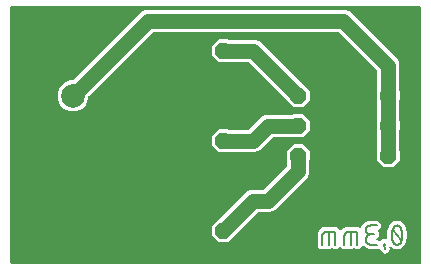
<source format=gbr>
G04 EAGLE Gerber RS-274X export*
G75*
%MOMM*%
%FSLAX34Y34*%
%LPD*%
%INTraces*%
%IPPOS*%
%AMOC8*
5,1,8,0,0,1.08239X$1,22.5*%
G01*
%ADD10C,0.152400*%
%ADD11P,1.429621X8X202.500000*%
%ADD12P,1.429621X8X22.500000*%
%ADD13C,2.000000*%
%ADD14C,1.270000*%

G36*
X357198Y10164D02*
X357198Y10164D01*
X357217Y10162D01*
X357319Y10184D01*
X357421Y10200D01*
X357438Y10210D01*
X357458Y10214D01*
X357547Y10267D01*
X357638Y10316D01*
X357652Y10330D01*
X357669Y10340D01*
X357736Y10419D01*
X357808Y10494D01*
X357816Y10512D01*
X357829Y10527D01*
X357868Y10623D01*
X357911Y10717D01*
X357913Y10737D01*
X357921Y10755D01*
X357939Y10922D01*
X357939Y227078D01*
X357936Y227098D01*
X357938Y227117D01*
X357916Y227219D01*
X357900Y227321D01*
X357890Y227338D01*
X357886Y227358D01*
X357833Y227447D01*
X357784Y227538D01*
X357770Y227552D01*
X357760Y227569D01*
X357681Y227636D01*
X357606Y227708D01*
X357588Y227716D01*
X357573Y227729D01*
X357477Y227768D01*
X357383Y227811D01*
X357363Y227813D01*
X357345Y227821D01*
X357178Y227839D01*
X10922Y227839D01*
X10902Y227836D01*
X10883Y227838D01*
X10781Y227816D01*
X10679Y227800D01*
X10662Y227790D01*
X10642Y227786D01*
X10553Y227733D01*
X10462Y227684D01*
X10448Y227670D01*
X10431Y227660D01*
X10364Y227581D01*
X10292Y227506D01*
X10284Y227488D01*
X10271Y227473D01*
X10232Y227377D01*
X10189Y227283D01*
X10187Y227263D01*
X10179Y227245D01*
X10161Y227078D01*
X10161Y10922D01*
X10164Y10902D01*
X10162Y10883D01*
X10184Y10781D01*
X10200Y10679D01*
X10210Y10662D01*
X10214Y10642D01*
X10267Y10553D01*
X10316Y10462D01*
X10330Y10448D01*
X10340Y10431D01*
X10419Y10364D01*
X10494Y10292D01*
X10512Y10284D01*
X10527Y10271D01*
X10623Y10232D01*
X10717Y10189D01*
X10737Y10187D01*
X10755Y10179D01*
X10922Y10161D01*
X357178Y10161D01*
X357198Y10164D01*
G37*
%LPC*%
G36*
X326222Y91995D02*
X326222Y91995D01*
X320595Y97622D01*
X320595Y105578D01*
X320626Y105609D01*
X320679Y105683D01*
X320739Y105753D01*
X320751Y105783D01*
X320770Y105809D01*
X320797Y105896D01*
X320831Y105981D01*
X320835Y106022D01*
X320842Y106044D01*
X320841Y106076D01*
X320849Y106148D01*
X320849Y122452D01*
X320835Y122542D01*
X320827Y122633D01*
X320815Y122663D01*
X320810Y122695D01*
X320767Y122776D01*
X320731Y122860D01*
X320705Y122892D01*
X320694Y122912D01*
X320671Y122935D01*
X320626Y122991D01*
X320595Y123022D01*
X320595Y130978D01*
X320626Y131009D01*
X320679Y131083D01*
X320739Y131153D01*
X320751Y131183D01*
X320770Y131209D01*
X320797Y131296D01*
X320831Y131381D01*
X320835Y131422D01*
X320842Y131444D01*
X320841Y131476D01*
X320849Y131548D01*
X320849Y147852D01*
X320835Y147942D01*
X320827Y148033D01*
X320815Y148063D01*
X320810Y148095D01*
X320767Y148176D01*
X320731Y148260D01*
X320705Y148292D01*
X320694Y148312D01*
X320671Y148335D01*
X320626Y148391D01*
X320595Y148422D01*
X320595Y156378D01*
X320626Y156409D01*
X320679Y156483D01*
X320739Y156553D01*
X320751Y156583D01*
X320770Y156609D01*
X320797Y156696D01*
X320831Y156781D01*
X320835Y156822D01*
X320842Y156844D01*
X320841Y156876D01*
X320849Y156948D01*
X320849Y173611D01*
X320835Y173702D01*
X320827Y173792D01*
X320815Y173822D01*
X320810Y173854D01*
X320767Y173935D01*
X320731Y174019D01*
X320705Y174051D01*
X320694Y174072D01*
X320671Y174094D01*
X320626Y174150D01*
X288450Y206326D01*
X288376Y206379D01*
X288306Y206439D01*
X288276Y206451D01*
X288250Y206470D01*
X288163Y206497D01*
X288078Y206531D01*
X288037Y206535D01*
X288015Y206542D01*
X287983Y206541D01*
X287911Y206549D01*
X131149Y206549D01*
X131059Y206535D01*
X130968Y206527D01*
X130939Y206515D01*
X130907Y206510D01*
X130826Y206467D01*
X130742Y206431D01*
X130710Y206405D01*
X130689Y206394D01*
X130667Y206371D01*
X130611Y206326D01*
X76474Y152189D01*
X76421Y152115D01*
X76361Y152045D01*
X76349Y152015D01*
X76330Y151989D01*
X76303Y151902D01*
X76269Y151817D01*
X76265Y151776D01*
X76258Y151754D01*
X76259Y151722D01*
X76251Y151651D01*
X76251Y149603D01*
X74271Y144825D01*
X70614Y141168D01*
X65836Y139188D01*
X60664Y139188D01*
X55886Y141168D01*
X52229Y144825D01*
X50249Y149603D01*
X50249Y154775D01*
X52229Y159553D01*
X55886Y163210D01*
X60664Y165190D01*
X62712Y165190D01*
X62802Y165204D01*
X62893Y165212D01*
X62922Y165224D01*
X62954Y165229D01*
X63035Y165272D01*
X63119Y165308D01*
X63151Y165334D01*
X63172Y165345D01*
X63194Y165368D01*
X63250Y165413D01*
X118927Y221090D01*
X121664Y223827D01*
X125101Y225251D01*
X293960Y225251D01*
X297397Y223827D01*
X338127Y183097D01*
X339551Y179660D01*
X339551Y156948D01*
X339565Y156858D01*
X339573Y156767D01*
X339585Y156737D01*
X339590Y156705D01*
X339633Y156624D01*
X339669Y156540D01*
X339695Y156508D01*
X339706Y156488D01*
X339729Y156465D01*
X339774Y156409D01*
X339805Y156378D01*
X339805Y148422D01*
X339774Y148391D01*
X339721Y148317D01*
X339661Y148247D01*
X339649Y148217D01*
X339630Y148191D01*
X339603Y148104D01*
X339569Y148019D01*
X339565Y147978D01*
X339558Y147956D01*
X339559Y147924D01*
X339551Y147852D01*
X339551Y131548D01*
X339565Y131458D01*
X339573Y131367D01*
X339585Y131337D01*
X339590Y131305D01*
X339633Y131224D01*
X339669Y131140D01*
X339695Y131108D01*
X339706Y131088D01*
X339729Y131065D01*
X339774Y131009D01*
X339805Y130978D01*
X339805Y123022D01*
X339774Y122991D01*
X339721Y122917D01*
X339661Y122847D01*
X339649Y122817D01*
X339630Y122791D01*
X339603Y122704D01*
X339569Y122619D01*
X339565Y122578D01*
X339558Y122556D01*
X339559Y122524D01*
X339551Y122452D01*
X339551Y106148D01*
X339565Y106058D01*
X339573Y105967D01*
X339585Y105937D01*
X339590Y105905D01*
X339633Y105824D01*
X339669Y105740D01*
X339695Y105708D01*
X339706Y105688D01*
X339729Y105665D01*
X339774Y105609D01*
X339805Y105578D01*
X339805Y97622D01*
X334178Y91995D01*
X326222Y91995D01*
G37*
%LPD*%
%LPC*%
G36*
X186522Y28495D02*
X186522Y28495D01*
X180895Y34122D01*
X180895Y42078D01*
X186522Y47705D01*
X186565Y47705D01*
X186656Y47719D01*
X186746Y47727D01*
X186776Y47739D01*
X186808Y47744D01*
X186889Y47787D01*
X186973Y47823D01*
X187005Y47849D01*
X187026Y47860D01*
X187048Y47883D01*
X187104Y47928D01*
X210603Y71427D01*
X214040Y72851D01*
X224411Y72851D01*
X224502Y72865D01*
X224592Y72873D01*
X224622Y72885D01*
X224654Y72890D01*
X224735Y72933D01*
X224819Y72969D01*
X224851Y72995D01*
X224872Y73006D01*
X224894Y73029D01*
X224950Y73074D01*
X244426Y92550D01*
X244479Y92624D01*
X244539Y92694D01*
X244551Y92724D01*
X244570Y92750D01*
X244597Y92837D01*
X244631Y92922D01*
X244635Y92963D01*
X244642Y92985D01*
X244641Y93017D01*
X244649Y93089D01*
X244649Y97052D01*
X244635Y97142D01*
X244627Y97233D01*
X244615Y97263D01*
X244610Y97295D01*
X244567Y97376D01*
X244531Y97460D01*
X244505Y97492D01*
X244494Y97512D01*
X244471Y97535D01*
X244426Y97591D01*
X244395Y97622D01*
X244395Y105578D01*
X250022Y111205D01*
X257978Y111205D01*
X263605Y105578D01*
X263605Y97622D01*
X263574Y97591D01*
X263521Y97517D01*
X263461Y97447D01*
X263449Y97417D01*
X263430Y97391D01*
X263403Y97304D01*
X263369Y97219D01*
X263365Y97178D01*
X263358Y97156D01*
X263359Y97124D01*
X263351Y97052D01*
X263351Y87040D01*
X261927Y83603D01*
X233897Y55573D01*
X230460Y54149D01*
X220089Y54149D01*
X219998Y54135D01*
X219908Y54127D01*
X219878Y54115D01*
X219846Y54110D01*
X219765Y54067D01*
X219681Y54031D01*
X219649Y54005D01*
X219628Y53994D01*
X219606Y53971D01*
X219550Y53926D01*
X200328Y34704D01*
X200275Y34630D01*
X200215Y34560D01*
X200203Y34530D01*
X200184Y34504D01*
X200157Y34417D01*
X200123Y34332D01*
X200119Y34291D01*
X200112Y34269D01*
X200113Y34237D01*
X200105Y34165D01*
X200105Y34122D01*
X194478Y28495D01*
X186522Y28495D01*
G37*
%LPD*%
%LPC*%
G36*
X250022Y142795D02*
X250022Y142795D01*
X244395Y148422D01*
X244395Y148466D01*
X244381Y148556D01*
X244373Y148647D01*
X244361Y148676D01*
X244356Y148708D01*
X244313Y148789D01*
X244277Y148873D01*
X244251Y148905D01*
X244240Y148926D01*
X244217Y148948D01*
X244172Y149004D01*
X212250Y180926D01*
X212176Y180979D01*
X212106Y181039D01*
X212076Y181051D01*
X212050Y181070D01*
X211963Y181097D01*
X211878Y181131D01*
X211837Y181135D01*
X211815Y181142D01*
X211783Y181141D01*
X211711Y181149D01*
X195048Y181149D01*
X194958Y181135D01*
X194867Y181127D01*
X194837Y181115D01*
X194805Y181110D01*
X194724Y181067D01*
X194640Y181031D01*
X194608Y181005D01*
X194588Y180994D01*
X194565Y180971D01*
X194509Y180926D01*
X194478Y180895D01*
X186522Y180895D01*
X180895Y186522D01*
X180895Y194478D01*
X186522Y200105D01*
X194478Y200105D01*
X194509Y200074D01*
X194583Y200021D01*
X194653Y199961D01*
X194683Y199949D01*
X194709Y199930D01*
X194796Y199903D01*
X194881Y199869D01*
X194922Y199865D01*
X194944Y199858D01*
X194976Y199859D01*
X195048Y199851D01*
X217760Y199851D01*
X221197Y198427D01*
X257396Y162228D01*
X257470Y162175D01*
X257540Y162115D01*
X257570Y162103D01*
X257596Y162084D01*
X257683Y162057D01*
X257768Y162023D01*
X257809Y162019D01*
X257831Y162012D01*
X257863Y162013D01*
X257934Y162005D01*
X257978Y162005D01*
X263605Y156378D01*
X263605Y148422D01*
X257978Y142795D01*
X250022Y142795D01*
G37*
%LPD*%
%LPC*%
G36*
X186522Y104695D02*
X186522Y104695D01*
X180895Y110322D01*
X180895Y118278D01*
X186522Y123905D01*
X194478Y123905D01*
X194509Y123874D01*
X194583Y123821D01*
X194653Y123761D01*
X194683Y123749D01*
X194709Y123730D01*
X194796Y123703D01*
X194881Y123669D01*
X194922Y123665D01*
X194944Y123658D01*
X194976Y123659D01*
X195048Y123651D01*
X211711Y123651D01*
X211802Y123665D01*
X211892Y123673D01*
X211922Y123685D01*
X211954Y123690D01*
X212035Y123733D01*
X212119Y123769D01*
X212151Y123795D01*
X212172Y123806D01*
X212194Y123829D01*
X212250Y123874D01*
X223303Y134927D01*
X226740Y136351D01*
X249452Y136351D01*
X249542Y136365D01*
X249633Y136373D01*
X249663Y136385D01*
X249695Y136390D01*
X249776Y136433D01*
X249860Y136469D01*
X249892Y136495D01*
X249912Y136506D01*
X249935Y136529D01*
X249991Y136574D01*
X250022Y136605D01*
X257978Y136605D01*
X263605Y130978D01*
X263605Y123022D01*
X257978Y117395D01*
X250022Y117395D01*
X249991Y117426D01*
X249917Y117479D01*
X249847Y117539D01*
X249817Y117551D01*
X249791Y117570D01*
X249704Y117597D01*
X249619Y117631D01*
X249578Y117635D01*
X249556Y117642D01*
X249524Y117641D01*
X249452Y117649D01*
X232789Y117649D01*
X232698Y117635D01*
X232608Y117627D01*
X232578Y117615D01*
X232546Y117610D01*
X232465Y117567D01*
X232381Y117531D01*
X232349Y117505D01*
X232328Y117494D01*
X232306Y117471D01*
X232250Y117426D01*
X221197Y106373D01*
X217760Y104949D01*
X195048Y104949D01*
X194958Y104935D01*
X194867Y104927D01*
X194837Y104915D01*
X194805Y104910D01*
X194724Y104867D01*
X194640Y104831D01*
X194608Y104805D01*
X194588Y104794D01*
X194565Y104771D01*
X194509Y104726D01*
X194478Y104695D01*
X186522Y104695D01*
G37*
%LPD*%
%LPC*%
G36*
X324661Y19769D02*
X324661Y19769D01*
X323582Y22647D01*
X323553Y22698D01*
X323533Y22753D01*
X323492Y22803D01*
X323460Y22860D01*
X323416Y22899D01*
X323379Y22945D01*
X323324Y22980D01*
X323276Y23023D01*
X323221Y23046D01*
X323172Y23078D01*
X323109Y23094D01*
X323049Y23119D01*
X322991Y23123D01*
X322934Y23138D01*
X322869Y23133D01*
X322804Y23138D01*
X322747Y23123D01*
X322688Y23119D01*
X322629Y23093D01*
X322565Y23077D01*
X322516Y23045D01*
X322462Y23022D01*
X322386Y22961D01*
X322359Y22944D01*
X322350Y22932D01*
X322331Y22918D01*
X321813Y22399D01*
X313521Y22399D01*
X309679Y24617D01*
X309146Y25540D01*
X309116Y25577D01*
X309093Y25619D01*
X309038Y25671D01*
X308990Y25730D01*
X308950Y25755D01*
X308915Y25788D01*
X308846Y25820D01*
X308782Y25861D01*
X308735Y25872D01*
X308692Y25892D01*
X308617Y25900D01*
X308543Y25918D01*
X308495Y25914D01*
X308448Y25919D01*
X308373Y25903D01*
X308298Y25896D01*
X308254Y25877D01*
X308207Y25867D01*
X308142Y25828D01*
X308073Y25798D01*
X308037Y25765D01*
X307996Y25741D01*
X307947Y25683D01*
X307891Y25632D01*
X307867Y25590D01*
X307836Y25554D01*
X307808Y25483D01*
X307771Y25417D01*
X307762Y25370D01*
X307744Y25326D01*
X307730Y25197D01*
X307726Y25175D01*
X307727Y25169D01*
X307726Y25159D01*
X307726Y24603D01*
X305522Y22399D01*
X302404Y22399D01*
X301792Y23012D01*
X301776Y23023D01*
X301763Y23039D01*
X301676Y23095D01*
X301592Y23155D01*
X301573Y23161D01*
X301556Y23172D01*
X301456Y23197D01*
X301357Y23228D01*
X301337Y23227D01*
X301318Y23232D01*
X301215Y23224D01*
X301111Y23221D01*
X301093Y23214D01*
X301073Y23213D01*
X300978Y23172D01*
X300880Y23137D01*
X300865Y23124D01*
X300846Y23117D01*
X300715Y23012D01*
X300103Y22399D01*
X296986Y22399D01*
X296373Y23012D01*
X296357Y23023D01*
X296345Y23039D01*
X296258Y23095D01*
X296174Y23155D01*
X296155Y23161D01*
X296138Y23172D01*
X296037Y23197D01*
X295939Y23228D01*
X295919Y23227D01*
X295899Y23232D01*
X295796Y23224D01*
X295693Y23221D01*
X295674Y23214D01*
X295654Y23213D01*
X295559Y23172D01*
X295462Y23137D01*
X295446Y23124D01*
X295428Y23117D01*
X295297Y23012D01*
X294684Y22399D01*
X291567Y22399D01*
X289704Y24263D01*
X289688Y24274D01*
X289675Y24290D01*
X289588Y24346D01*
X289504Y24406D01*
X289485Y24412D01*
X289468Y24423D01*
X289368Y24448D01*
X289269Y24478D01*
X289249Y24478D01*
X289230Y24483D01*
X289127Y24475D01*
X289023Y24472D01*
X289004Y24465D01*
X288985Y24464D01*
X288890Y24423D01*
X288792Y24388D01*
X288777Y24375D01*
X288758Y24367D01*
X288627Y24263D01*
X286764Y22399D01*
X283647Y22399D01*
X283034Y23012D01*
X283018Y23023D01*
X283006Y23039D01*
X282919Y23095D01*
X282835Y23155D01*
X282816Y23161D01*
X282799Y23172D01*
X282699Y23197D01*
X282600Y23228D01*
X282580Y23227D01*
X282560Y23232D01*
X282457Y23224D01*
X282354Y23221D01*
X282335Y23214D01*
X282315Y23213D01*
X282220Y23172D01*
X282123Y23137D01*
X282107Y23124D01*
X282089Y23117D01*
X281958Y23012D01*
X281345Y22399D01*
X278228Y22399D01*
X277616Y23012D01*
X277600Y23023D01*
X277587Y23039D01*
X277500Y23095D01*
X277416Y23155D01*
X277397Y23161D01*
X277380Y23172D01*
X277280Y23197D01*
X277181Y23228D01*
X277161Y23227D01*
X277142Y23232D01*
X277039Y23224D01*
X276935Y23221D01*
X276916Y23214D01*
X276897Y23213D01*
X276802Y23172D01*
X276704Y23137D01*
X276688Y23124D01*
X276670Y23117D01*
X276539Y23012D01*
X275927Y22399D01*
X272810Y22399D01*
X270605Y24603D01*
X270605Y36024D01*
X272340Y39028D01*
X275343Y40762D01*
X286764Y40762D01*
X288968Y38558D01*
X288968Y38181D01*
X288976Y38134D01*
X288974Y38086D01*
X288996Y38014D01*
X289008Y37939D01*
X289030Y37896D01*
X289044Y37850D01*
X289088Y37788D01*
X289123Y37721D01*
X289158Y37688D01*
X289185Y37649D01*
X289247Y37604D01*
X289301Y37552D01*
X289345Y37532D01*
X289384Y37503D01*
X289456Y37480D01*
X289525Y37448D01*
X289572Y37443D01*
X289618Y37428D01*
X289694Y37430D01*
X289769Y37421D01*
X289816Y37431D01*
X289864Y37432D01*
X289935Y37457D01*
X290009Y37474D01*
X290051Y37498D01*
X290096Y37514D01*
X290155Y37561D01*
X290220Y37600D01*
X290252Y37636D01*
X290289Y37666D01*
X290366Y37770D01*
X290380Y37787D01*
X290383Y37793D01*
X290389Y37801D01*
X291097Y39028D01*
X294101Y40762D01*
X305522Y40762D01*
X306161Y40123D01*
X306219Y40081D01*
X306271Y40032D01*
X306318Y40010D01*
X306361Y39979D01*
X306429Y39958D01*
X306494Y39928D01*
X306546Y39922D01*
X306596Y39907D01*
X306667Y39909D01*
X306739Y39901D01*
X306789Y39912D01*
X306842Y39913D01*
X306909Y39938D01*
X306979Y39953D01*
X307024Y39980D01*
X307073Y39998D01*
X307129Y40043D01*
X307190Y40079D01*
X307224Y40119D01*
X307265Y40151D01*
X307303Y40212D01*
X307350Y40266D01*
X307369Y40314D01*
X307398Y40358D01*
X307415Y40428D01*
X307442Y40494D01*
X307450Y40566D01*
X307458Y40597D01*
X307456Y40620D01*
X307460Y40661D01*
X307460Y40782D01*
X309437Y44205D01*
X312859Y46181D01*
X321813Y46181D01*
X324017Y43977D01*
X324017Y40859D01*
X321598Y38441D01*
X321587Y38425D01*
X321571Y38412D01*
X321515Y38325D01*
X321455Y38241D01*
X321449Y38222D01*
X321438Y38205D01*
X321413Y38105D01*
X321382Y38006D01*
X321383Y37986D01*
X321378Y37967D01*
X321386Y37864D01*
X321389Y37760D01*
X321396Y37741D01*
X321397Y37721D01*
X321438Y37627D01*
X321473Y37529D01*
X321486Y37513D01*
X321493Y37495D01*
X321598Y37364D01*
X322211Y36752D01*
X322211Y33635D01*
X319801Y31224D01*
X319759Y31166D01*
X319709Y31114D01*
X319687Y31067D01*
X319657Y31025D01*
X319636Y30956D01*
X319606Y30891D01*
X319600Y30839D01*
X319585Y30789D01*
X319586Y30718D01*
X319579Y30647D01*
X319590Y30596D01*
X319591Y30544D01*
X319616Y30476D01*
X319631Y30406D01*
X319658Y30361D01*
X319675Y30313D01*
X319720Y30257D01*
X319757Y30195D01*
X319797Y30161D01*
X319829Y30121D01*
X319889Y30082D01*
X319944Y30035D01*
X319992Y30016D01*
X320036Y29988D01*
X320106Y29970D01*
X320172Y29943D01*
X320243Y29935D01*
X320275Y29927D01*
X320298Y29929D01*
X320339Y29925D01*
X321813Y29925D01*
X322279Y29459D01*
X322295Y29447D01*
X322307Y29432D01*
X322395Y29376D01*
X322478Y29316D01*
X322497Y29310D01*
X322514Y29299D01*
X322615Y29274D01*
X322713Y29243D01*
X322733Y29244D01*
X322753Y29239D01*
X322856Y29247D01*
X322959Y29250D01*
X322978Y29256D01*
X322998Y29258D01*
X323093Y29298D01*
X323190Y29334D01*
X323206Y29346D01*
X323224Y29354D01*
X323355Y29459D01*
X324724Y30828D01*
X328735Y30828D01*
X328840Y30845D01*
X328945Y30857D01*
X328961Y30865D01*
X328978Y30868D01*
X329071Y30917D01*
X329167Y30962D01*
X329180Y30974D01*
X329195Y30983D01*
X329268Y31059D01*
X329344Y31133D01*
X329353Y31148D01*
X329365Y31161D01*
X329409Y31257D01*
X329458Y31351D01*
X329461Y31368D01*
X329468Y31384D01*
X329480Y31489D01*
X329496Y31594D01*
X329494Y31615D01*
X329495Y31629D01*
X329489Y31659D01*
X329477Y31760D01*
X329344Y32336D01*
X329344Y36244D01*
X330223Y40052D01*
X330346Y40305D01*
X330360Y40350D01*
X330382Y40391D01*
X330411Y40521D01*
X330417Y40541D01*
X330417Y40546D01*
X330418Y40555D01*
X330442Y40770D01*
X330522Y40834D01*
X330579Y40897D01*
X330642Y40953D01*
X330669Y40997D01*
X330687Y41017D01*
X330699Y41044D01*
X330731Y41095D01*
X330957Y41558D01*
X330966Y41587D01*
X330993Y41645D01*
X331641Y43534D01*
X335346Y46181D01*
X339899Y46181D01*
X343604Y43534D01*
X344252Y41645D01*
X344267Y41618D01*
X344288Y41558D01*
X345022Y40052D01*
X345901Y36244D01*
X345901Y32336D01*
X345022Y28528D01*
X344899Y28275D01*
X344885Y28230D01*
X344863Y28189D01*
X344834Y28059D01*
X344828Y28039D01*
X344828Y28034D01*
X344826Y28025D01*
X344803Y27810D01*
X344722Y27746D01*
X344666Y27683D01*
X344603Y27627D01*
X344576Y27583D01*
X344558Y27563D01*
X344546Y27536D01*
X344514Y27485D01*
X344288Y27022D01*
X344279Y26992D01*
X344252Y26935D01*
X343604Y25046D01*
X339899Y22399D01*
X335346Y22399D01*
X332415Y24493D01*
X332395Y24503D01*
X332379Y24517D01*
X332285Y24557D01*
X332194Y24602D01*
X332172Y24605D01*
X332152Y24613D01*
X332051Y24621D01*
X331950Y24634D01*
X331929Y24630D01*
X331907Y24632D01*
X331808Y24607D01*
X331709Y24588D01*
X331690Y24577D01*
X331668Y24571D01*
X331583Y24516D01*
X331495Y24466D01*
X331480Y24450D01*
X331462Y24438D01*
X331398Y24359D01*
X331331Y24283D01*
X331322Y24263D01*
X331308Y24246D01*
X331274Y24150D01*
X331234Y24057D01*
X331232Y24035D01*
X331224Y24015D01*
X331222Y23913D01*
X331213Y23812D01*
X331219Y23791D01*
X331218Y23769D01*
X331259Y23606D01*
X331707Y22411D01*
X330418Y19574D01*
X327499Y18479D01*
X324661Y19769D01*
G37*
%LPD*%
D10*
X342138Y34290D02*
X342134Y34610D01*
X342123Y34929D01*
X342104Y35249D01*
X342077Y35567D01*
X342043Y35885D01*
X342001Y36202D01*
X341951Y36518D01*
X341894Y36833D01*
X341830Y37146D01*
X341758Y37458D01*
X341679Y37768D01*
X341592Y38075D01*
X341498Y38381D01*
X341397Y38684D01*
X341288Y38985D01*
X341173Y39283D01*
X341050Y39579D01*
X340920Y39871D01*
X340783Y40160D01*
X340783Y40161D02*
X340744Y40269D01*
X340701Y40376D01*
X340655Y40481D01*
X340604Y40585D01*
X340551Y40687D01*
X340494Y40787D01*
X340433Y40885D01*
X340369Y40980D01*
X340302Y41074D01*
X340231Y41165D01*
X340158Y41254D01*
X340081Y41340D01*
X340002Y41423D01*
X339920Y41504D01*
X339835Y41582D01*
X339747Y41656D01*
X339657Y41728D01*
X339565Y41796D01*
X339470Y41862D01*
X339373Y41924D01*
X339274Y41982D01*
X339172Y42038D01*
X339070Y42089D01*
X338965Y42137D01*
X338859Y42182D01*
X338751Y42223D01*
X338642Y42260D01*
X338532Y42293D01*
X338420Y42322D01*
X338308Y42348D01*
X338195Y42370D01*
X338081Y42387D01*
X337967Y42401D01*
X337852Y42411D01*
X337737Y42417D01*
X337622Y42419D01*
X337622Y42418D02*
X337507Y42416D01*
X337392Y42410D01*
X337277Y42400D01*
X337163Y42386D01*
X337049Y42369D01*
X336936Y42347D01*
X336824Y42321D01*
X336712Y42292D01*
X336602Y42259D01*
X336493Y42222D01*
X336385Y42181D01*
X336279Y42136D01*
X336175Y42088D01*
X336072Y42037D01*
X335971Y41981D01*
X335871Y41923D01*
X335774Y41861D01*
X335680Y41796D01*
X335587Y41727D01*
X335497Y41655D01*
X335409Y41581D01*
X335324Y41503D01*
X335242Y41422D01*
X335163Y41339D01*
X335086Y41253D01*
X335013Y41164D01*
X334942Y41073D01*
X334875Y40979D01*
X334811Y40884D01*
X334750Y40786D01*
X334693Y40686D01*
X334640Y40584D01*
X334589Y40480D01*
X334543Y40375D01*
X334500Y40268D01*
X334461Y40160D01*
X334462Y40160D02*
X334325Y39871D01*
X334195Y39579D01*
X334072Y39283D01*
X333957Y38985D01*
X333848Y38684D01*
X333747Y38381D01*
X333653Y38075D01*
X333566Y37768D01*
X333487Y37458D01*
X333415Y37146D01*
X333351Y36833D01*
X333294Y36518D01*
X333244Y36202D01*
X333202Y35885D01*
X333168Y35567D01*
X333141Y35249D01*
X333122Y34929D01*
X333111Y34610D01*
X333107Y34290D01*
X342138Y34290D02*
X342134Y33970D01*
X342123Y33651D01*
X342104Y33331D01*
X342077Y33013D01*
X342043Y32695D01*
X342001Y32378D01*
X341951Y32062D01*
X341894Y31747D01*
X341830Y31434D01*
X341758Y31122D01*
X341679Y30812D01*
X341592Y30505D01*
X341498Y30199D01*
X341397Y29896D01*
X341288Y29595D01*
X341173Y29297D01*
X341050Y29001D01*
X340920Y28709D01*
X340783Y28420D01*
X340744Y28312D01*
X340701Y28205D01*
X340655Y28100D01*
X340604Y27996D01*
X340551Y27894D01*
X340494Y27794D01*
X340433Y27696D01*
X340369Y27601D01*
X340302Y27507D01*
X340231Y27416D01*
X340158Y27327D01*
X340081Y27241D01*
X340002Y27158D01*
X339920Y27077D01*
X339835Y26999D01*
X339747Y26925D01*
X339657Y26853D01*
X339564Y26784D01*
X339470Y26719D01*
X339373Y26657D01*
X339273Y26599D01*
X339172Y26543D01*
X339070Y26492D01*
X338965Y26444D01*
X338859Y26399D01*
X338751Y26358D01*
X338642Y26321D01*
X338532Y26288D01*
X338420Y26259D01*
X338308Y26233D01*
X338195Y26211D01*
X338081Y26194D01*
X337967Y26180D01*
X337852Y26170D01*
X337737Y26164D01*
X337622Y26162D01*
X334462Y28420D02*
X334325Y28709D01*
X334195Y29001D01*
X334072Y29297D01*
X333957Y29595D01*
X333848Y29896D01*
X333747Y30199D01*
X333653Y30505D01*
X333566Y30812D01*
X333487Y31122D01*
X333415Y31434D01*
X333351Y31747D01*
X333294Y32062D01*
X333244Y32378D01*
X333202Y32695D01*
X333168Y33013D01*
X333141Y33331D01*
X333122Y33651D01*
X333111Y33970D01*
X333107Y34290D01*
X334461Y28420D02*
X334500Y28312D01*
X334543Y28205D01*
X334589Y28100D01*
X334640Y27996D01*
X334693Y27894D01*
X334751Y27794D01*
X334811Y27696D01*
X334875Y27601D01*
X334942Y27507D01*
X335013Y27416D01*
X335086Y27327D01*
X335163Y27241D01*
X335242Y27158D01*
X335324Y27077D01*
X335409Y26999D01*
X335497Y26925D01*
X335587Y26853D01*
X335680Y26784D01*
X335774Y26719D01*
X335871Y26657D01*
X335971Y26599D01*
X336072Y26543D01*
X336175Y26492D01*
X336279Y26444D01*
X336385Y26399D01*
X336493Y26358D01*
X336602Y26321D01*
X336712Y26288D01*
X336824Y26259D01*
X336936Y26233D01*
X337049Y26211D01*
X337163Y26194D01*
X337277Y26180D01*
X337392Y26170D01*
X337507Y26164D01*
X337622Y26162D01*
X341235Y29774D02*
X334010Y38806D01*
X327186Y26162D02*
X326282Y26162D01*
X327186Y26162D02*
X327186Y27065D01*
X326282Y27065D01*
X326282Y26162D01*
X327637Y22550D01*
X320254Y26162D02*
X315739Y26162D01*
X315606Y26164D01*
X315474Y26170D01*
X315342Y26180D01*
X315210Y26193D01*
X315078Y26211D01*
X314948Y26232D01*
X314817Y26257D01*
X314688Y26286D01*
X314560Y26319D01*
X314432Y26355D01*
X314306Y26395D01*
X314181Y26439D01*
X314057Y26487D01*
X313935Y26538D01*
X313814Y26593D01*
X313695Y26651D01*
X313577Y26713D01*
X313462Y26778D01*
X313348Y26847D01*
X313237Y26918D01*
X313128Y26994D01*
X313021Y27072D01*
X312916Y27153D01*
X312814Y27238D01*
X312714Y27325D01*
X312617Y27415D01*
X312522Y27508D01*
X312431Y27604D01*
X312342Y27702D01*
X312256Y27803D01*
X312173Y27907D01*
X312093Y28013D01*
X312017Y28121D01*
X311943Y28231D01*
X311873Y28344D01*
X311806Y28458D01*
X311743Y28575D01*
X311683Y28693D01*
X311626Y28813D01*
X311573Y28935D01*
X311524Y29058D01*
X311478Y29182D01*
X311436Y29308D01*
X311398Y29435D01*
X311363Y29563D01*
X311332Y29692D01*
X311305Y29821D01*
X311282Y29952D01*
X311262Y30083D01*
X311247Y30215D01*
X311235Y30347D01*
X311227Y30479D01*
X311223Y30612D01*
X311223Y30744D01*
X311227Y30877D01*
X311235Y31009D01*
X311247Y31141D01*
X311262Y31273D01*
X311282Y31404D01*
X311305Y31535D01*
X311332Y31664D01*
X311363Y31793D01*
X311398Y31921D01*
X311436Y32048D01*
X311478Y32174D01*
X311524Y32298D01*
X311573Y32421D01*
X311626Y32543D01*
X311683Y32663D01*
X311743Y32781D01*
X311806Y32898D01*
X311873Y33012D01*
X311943Y33125D01*
X312017Y33235D01*
X312093Y33343D01*
X312173Y33449D01*
X312256Y33553D01*
X312342Y33654D01*
X312431Y33752D01*
X312522Y33848D01*
X312617Y33941D01*
X312714Y34031D01*
X312814Y34118D01*
X312916Y34203D01*
X313021Y34284D01*
X313128Y34362D01*
X313237Y34438D01*
X313348Y34509D01*
X313462Y34578D01*
X313577Y34643D01*
X313695Y34705D01*
X313814Y34763D01*
X313935Y34818D01*
X314057Y34869D01*
X314181Y34917D01*
X314306Y34961D01*
X314432Y35001D01*
X314560Y35037D01*
X314688Y35070D01*
X314817Y35099D01*
X314948Y35124D01*
X315078Y35145D01*
X315210Y35163D01*
X315342Y35176D01*
X315474Y35186D01*
X315606Y35192D01*
X315739Y35194D01*
X314836Y42418D02*
X320254Y42418D01*
X314836Y42418D02*
X314717Y42416D01*
X314597Y42410D01*
X314478Y42400D01*
X314360Y42386D01*
X314241Y42369D01*
X314124Y42347D01*
X314007Y42322D01*
X313892Y42292D01*
X313777Y42259D01*
X313663Y42222D01*
X313551Y42182D01*
X313440Y42137D01*
X313331Y42089D01*
X313223Y42038D01*
X313117Y41983D01*
X313013Y41924D01*
X312911Y41862D01*
X312811Y41797D01*
X312713Y41728D01*
X312617Y41656D01*
X312524Y41581D01*
X312434Y41504D01*
X312346Y41423D01*
X312261Y41339D01*
X312179Y41252D01*
X312099Y41163D01*
X312023Y41071D01*
X311949Y40977D01*
X311879Y40880D01*
X311812Y40782D01*
X311748Y40681D01*
X311688Y40577D01*
X311631Y40472D01*
X311578Y40365D01*
X311528Y40257D01*
X311482Y40147D01*
X311440Y40035D01*
X311401Y39922D01*
X311366Y39808D01*
X311335Y39693D01*
X311307Y39576D01*
X311284Y39459D01*
X311264Y39342D01*
X311248Y39223D01*
X311236Y39104D01*
X311228Y38985D01*
X311224Y38866D01*
X311224Y38746D01*
X311228Y38627D01*
X311236Y38508D01*
X311248Y38389D01*
X311264Y38270D01*
X311284Y38153D01*
X311307Y38036D01*
X311335Y37919D01*
X311366Y37804D01*
X311401Y37690D01*
X311440Y37577D01*
X311482Y37465D01*
X311528Y37355D01*
X311578Y37247D01*
X311631Y37140D01*
X311688Y37035D01*
X311748Y36931D01*
X311812Y36830D01*
X311879Y36732D01*
X311949Y36635D01*
X312023Y36541D01*
X312099Y36449D01*
X312179Y36360D01*
X312261Y36273D01*
X312346Y36189D01*
X312434Y36108D01*
X312524Y36031D01*
X312617Y35956D01*
X312713Y35884D01*
X312811Y35815D01*
X312911Y35750D01*
X313013Y35688D01*
X313117Y35629D01*
X313223Y35574D01*
X313331Y35523D01*
X313440Y35475D01*
X313551Y35430D01*
X313663Y35390D01*
X313777Y35353D01*
X313892Y35320D01*
X314007Y35290D01*
X314124Y35265D01*
X314241Y35243D01*
X314360Y35226D01*
X314478Y35212D01*
X314597Y35202D01*
X314717Y35196D01*
X314836Y35194D01*
X314836Y35193D02*
X318448Y35193D01*
X303963Y36999D02*
X303963Y26162D01*
X303963Y36999D02*
X295835Y36999D01*
X295734Y36997D01*
X295633Y36991D01*
X295532Y36982D01*
X295431Y36969D01*
X295331Y36952D01*
X295232Y36931D01*
X295134Y36907D01*
X295037Y36879D01*
X294940Y36847D01*
X294845Y36812D01*
X294752Y36773D01*
X294660Y36731D01*
X294569Y36685D01*
X294481Y36636D01*
X294394Y36584D01*
X294309Y36528D01*
X294226Y36470D01*
X294146Y36408D01*
X294068Y36343D01*
X293992Y36276D01*
X293919Y36206D01*
X293849Y36133D01*
X293782Y36057D01*
X293717Y35979D01*
X293655Y35899D01*
X293597Y35816D01*
X293541Y35731D01*
X293489Y35645D01*
X293440Y35556D01*
X293394Y35465D01*
X293352Y35373D01*
X293313Y35280D01*
X293278Y35185D01*
X293246Y35088D01*
X293218Y34991D01*
X293194Y34893D01*
X293173Y34794D01*
X293156Y34694D01*
X293143Y34593D01*
X293134Y34492D01*
X293128Y34391D01*
X293126Y34290D01*
X293126Y26162D01*
X298544Y26162D02*
X298544Y36999D01*
X285206Y36999D02*
X285206Y26162D01*
X285206Y36999D02*
X277078Y36999D01*
X276977Y36997D01*
X276876Y36991D01*
X276775Y36982D01*
X276674Y36969D01*
X276574Y36952D01*
X276475Y36931D01*
X276377Y36907D01*
X276280Y36879D01*
X276183Y36847D01*
X276088Y36812D01*
X275995Y36773D01*
X275903Y36731D01*
X275812Y36685D01*
X275724Y36636D01*
X275637Y36584D01*
X275552Y36528D01*
X275469Y36470D01*
X275389Y36408D01*
X275311Y36343D01*
X275235Y36276D01*
X275162Y36206D01*
X275092Y36133D01*
X275025Y36057D01*
X274960Y35979D01*
X274898Y35899D01*
X274840Y35816D01*
X274784Y35731D01*
X274732Y35645D01*
X274683Y35556D01*
X274637Y35465D01*
X274595Y35373D01*
X274556Y35280D01*
X274521Y35185D01*
X274489Y35088D01*
X274461Y34991D01*
X274437Y34893D01*
X274416Y34794D01*
X274399Y34694D01*
X274386Y34593D01*
X274377Y34492D01*
X274371Y34391D01*
X274369Y34290D01*
X274368Y34290D02*
X274368Y26162D01*
X279787Y26162D02*
X279787Y36999D01*
D11*
X190500Y38100D03*
X165100Y38100D03*
X190500Y114300D03*
X165100Y114300D03*
X190500Y190500D03*
X165100Y190500D03*
D12*
X254000Y101600D03*
X330200Y101600D03*
X254000Y127000D03*
X330200Y127000D03*
X254000Y152400D03*
X330200Y152400D03*
D13*
X63250Y101389D03*
X63250Y152189D03*
D14*
X190500Y38100D02*
X215900Y63500D01*
X228600Y63500D01*
X254000Y88900D01*
X254000Y101600D01*
X330200Y127000D02*
X330200Y152400D01*
X330200Y127000D02*
X330200Y101600D01*
X330200Y177800D02*
X292100Y215900D01*
X330200Y177800D02*
X330200Y152400D01*
X126961Y215900D02*
X63250Y152189D01*
X126961Y215900D02*
X292100Y215900D01*
X215900Y114300D02*
X190500Y114300D01*
X215900Y114300D02*
X228600Y127000D01*
X254000Y127000D01*
X215900Y190500D02*
X190500Y190500D01*
X215900Y190500D02*
X254000Y152400D01*
M02*

</source>
